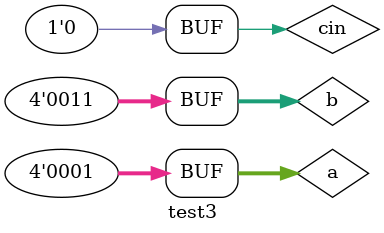
<source format=v>
`timescale 1ns / 1ps


module test3;

	// Inputs
	reg [3:0] a;
	reg [3:0] b;
	reg cin;

	// Outputs
	wire [4:0] sum;

	// Instantiate the Unit Under Test (UUT)
	rca_delay uut (
		.sum(sum), 
		.a(a), 
		.b(b), 
		.cin(cin)
	);

	initial begin
	$monitor ($time,",  a = %b,  b = %b,  cin = %b,  sum = %b\n",a,b,cin,sum);
	
		a = 4'b0000;
		b = 4'b0000;
		cin = 0;

		#20;
		
		a = 4'b0001;
		b = 4'b0011;
		cin = 0;

	end
      
endmodule


</source>
